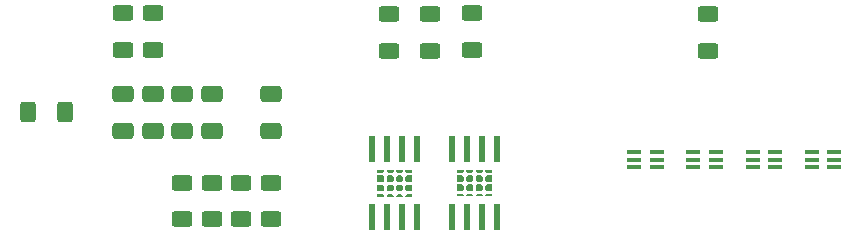
<source format=gbr>
%TF.GenerationSoftware,KiCad,Pcbnew,9.0.3*%
%TF.CreationDate,2025-10-02T05:42:34-04:00*%
%TF.ProjectId,Spii_v3,53706969-5f76-4332-9e6b-696361645f70,rev?*%
%TF.SameCoordinates,Original*%
%TF.FileFunction,Paste,Bot*%
%TF.FilePolarity,Positive*%
%FSLAX46Y46*%
G04 Gerber Fmt 4.6, Leading zero omitted, Abs format (unit mm)*
G04 Created by KiCad (PCBNEW 9.0.3) date 2025-10-02 05:42:34*
%MOMM*%
%LPD*%
G01*
G04 APERTURE LIST*
G04 Aperture macros list*
%AMRoundRect*
0 Rectangle with rounded corners*
0 $1 Rounding radius*
0 $2 $3 $4 $5 $6 $7 $8 $9 X,Y pos of 4 corners*
0 Add a 4 corners polygon primitive as box body*
4,1,4,$2,$3,$4,$5,$6,$7,$8,$9,$2,$3,0*
0 Add four circle primitives for the rounded corners*
1,1,$1+$1,$2,$3*
1,1,$1+$1,$4,$5*
1,1,$1+$1,$6,$7*
1,1,$1+$1,$8,$9*
0 Add four rect primitives between the rounded corners*
20,1,$1+$1,$2,$3,$4,$5,0*
20,1,$1+$1,$4,$5,$6,$7,0*
20,1,$1+$1,$6,$7,$8,$9,0*
20,1,$1+$1,$8,$9,$2,$3,0*%
G04 Aperture macros list end*
%ADD10C,0.000000*%
%ADD11RoundRect,0.250000X0.650000X-0.412500X0.650000X0.412500X-0.650000X0.412500X-0.650000X-0.412500X0*%
%ADD12R,0.508000X2.209800*%
%ADD13RoundRect,0.250000X0.400000X0.625000X-0.400000X0.625000X-0.400000X-0.625000X0.400000X-0.625000X0*%
%ADD14RoundRect,0.250000X0.625000X-0.400000X0.625000X0.400000X-0.625000X0.400000X-0.625000X-0.400000X0*%
%ADD15RoundRect,0.250000X-0.650000X0.412500X-0.650000X-0.412500X0.650000X-0.412500X0.650000X0.412500X0*%
%ADD16RoundRect,0.050000X0.545000X0.150000X-0.545000X0.150000X-0.545000X-0.150000X0.545000X-0.150000X0*%
%ADD17RoundRect,0.250000X-0.625000X0.400000X-0.625000X-0.400000X0.625000X-0.400000X0.625000X0.400000X0*%
G04 APERTURE END LIST*
D10*
%TO.C,L_MOTOR_DRIVER1*%
G36*
X182862600Y-134721179D02*
G01*
X182721179Y-134862600D01*
X182275530Y-134862600D01*
X182275530Y-134631130D01*
X182862600Y-134631130D01*
X182862600Y-134721179D01*
G37*
G36*
X185224470Y-134862600D02*
G01*
X184778821Y-134862600D01*
X184637400Y-134721179D01*
X184637400Y-134631130D01*
X185224470Y-134631130D01*
X185224470Y-134862600D01*
G37*
G36*
X182862600Y-136778821D02*
G01*
X182862600Y-136868870D01*
X182275530Y-136868870D01*
X182275530Y-136637400D01*
X182721179Y-136637400D01*
X182862600Y-136778821D01*
G37*
G36*
X185224470Y-136868870D02*
G01*
X184637400Y-136868870D01*
X184637400Y-136778821D01*
X184778821Y-136637400D01*
X185224470Y-136637400D01*
X185224470Y-136868870D01*
G37*
G36*
X183650000Y-134721179D02*
G01*
X183508579Y-134862600D01*
X183204021Y-134862600D01*
X183062600Y-134721179D01*
X183062600Y-134631130D01*
X183650000Y-134631130D01*
X183650000Y-134721179D01*
G37*
G36*
X184437400Y-134721179D02*
G01*
X184295979Y-134862600D01*
X183991421Y-134862600D01*
X183850000Y-134721179D01*
X183850000Y-134631130D01*
X184437400Y-134631130D01*
X184437400Y-134721179D01*
G37*
G36*
X182862600Y-135204021D02*
G01*
X182862600Y-135508579D01*
X182721179Y-135650000D01*
X182275530Y-135650000D01*
X182275530Y-135062600D01*
X182721179Y-135062600D01*
X182862600Y-135204021D01*
G37*
G36*
X185224470Y-135650000D02*
G01*
X184778821Y-135650000D01*
X184637400Y-135508579D01*
X184637400Y-135204021D01*
X184778821Y-135062600D01*
X185224470Y-135062600D01*
X185224470Y-135650000D01*
G37*
G36*
X182862600Y-135991421D02*
G01*
X182862600Y-136295979D01*
X182721179Y-136437400D01*
X182275530Y-136437400D01*
X182275530Y-135850000D01*
X182721179Y-135850000D01*
X182862600Y-135991421D01*
G37*
G36*
X185224470Y-136437400D02*
G01*
X184778821Y-136437400D01*
X184637400Y-136295979D01*
X184637400Y-135991421D01*
X184778821Y-135850000D01*
X185224470Y-135850000D01*
X185224470Y-136437400D01*
G37*
G36*
X183650000Y-136778821D02*
G01*
X183650000Y-136868870D01*
X183062600Y-136868870D01*
X183062600Y-136778821D01*
X183204021Y-136637400D01*
X183508579Y-136637400D01*
X183650000Y-136778821D01*
G37*
G36*
X184437400Y-136778821D02*
G01*
X184437400Y-136868870D01*
X183850000Y-136868870D01*
X183850000Y-136778821D01*
X183991421Y-136637400D01*
X184295979Y-136637400D01*
X184437400Y-136778821D01*
G37*
G36*
X183650000Y-135204021D02*
G01*
X183650000Y-135508579D01*
X183508579Y-135650000D01*
X183204021Y-135650000D01*
X183062600Y-135508579D01*
X183062600Y-135204021D01*
X183204021Y-135062600D01*
X183508579Y-135062600D01*
X183650000Y-135204021D01*
G37*
G36*
X184437400Y-135204021D02*
G01*
X184437400Y-135508579D01*
X184295979Y-135650000D01*
X183991421Y-135650000D01*
X183850000Y-135508579D01*
X183850000Y-135204021D01*
X183991421Y-135062600D01*
X184295979Y-135062600D01*
X184437400Y-135204021D01*
G37*
G36*
X183650000Y-135991421D02*
G01*
X183650000Y-136295979D01*
X183508579Y-136437400D01*
X183204021Y-136437400D01*
X183062600Y-136295979D01*
X183062600Y-135991421D01*
X183204021Y-135850000D01*
X183508579Y-135850000D01*
X183650000Y-135991421D01*
G37*
G36*
X184437400Y-135991421D02*
G01*
X184437400Y-136295979D01*
X184295979Y-136437400D01*
X183991421Y-136437400D01*
X183850000Y-136295979D01*
X183850000Y-135991421D01*
X183991421Y-135850000D01*
X184295979Y-135850000D01*
X184437400Y-135991421D01*
G37*
%TO.C,R_MOTOR_DRIVER1*%
G36*
X176112600Y-134741179D02*
G01*
X175971179Y-134882600D01*
X175525530Y-134882600D01*
X175525530Y-134651130D01*
X176112600Y-134651130D01*
X176112600Y-134741179D01*
G37*
G36*
X178474470Y-134882600D02*
G01*
X178028821Y-134882600D01*
X177887400Y-134741179D01*
X177887400Y-134651130D01*
X178474470Y-134651130D01*
X178474470Y-134882600D01*
G37*
G36*
X176112600Y-136798821D02*
G01*
X176112600Y-136888870D01*
X175525530Y-136888870D01*
X175525530Y-136657400D01*
X175971179Y-136657400D01*
X176112600Y-136798821D01*
G37*
G36*
X178474470Y-136888870D02*
G01*
X177887400Y-136888870D01*
X177887400Y-136798821D01*
X178028821Y-136657400D01*
X178474470Y-136657400D01*
X178474470Y-136888870D01*
G37*
G36*
X176900000Y-134741179D02*
G01*
X176758579Y-134882600D01*
X176454021Y-134882600D01*
X176312600Y-134741179D01*
X176312600Y-134651130D01*
X176900000Y-134651130D01*
X176900000Y-134741179D01*
G37*
G36*
X177687400Y-134741179D02*
G01*
X177545979Y-134882600D01*
X177241421Y-134882600D01*
X177100000Y-134741179D01*
X177100000Y-134651130D01*
X177687400Y-134651130D01*
X177687400Y-134741179D01*
G37*
G36*
X176112600Y-135224021D02*
G01*
X176112600Y-135528579D01*
X175971179Y-135670000D01*
X175525530Y-135670000D01*
X175525530Y-135082600D01*
X175971179Y-135082600D01*
X176112600Y-135224021D01*
G37*
G36*
X178474470Y-135670000D02*
G01*
X178028821Y-135670000D01*
X177887400Y-135528579D01*
X177887400Y-135224021D01*
X178028821Y-135082600D01*
X178474470Y-135082600D01*
X178474470Y-135670000D01*
G37*
G36*
X176112600Y-136011421D02*
G01*
X176112600Y-136315979D01*
X175971179Y-136457400D01*
X175525530Y-136457400D01*
X175525530Y-135870000D01*
X175971179Y-135870000D01*
X176112600Y-136011421D01*
G37*
G36*
X178474470Y-136457400D02*
G01*
X178028821Y-136457400D01*
X177887400Y-136315979D01*
X177887400Y-136011421D01*
X178028821Y-135870000D01*
X178474470Y-135870000D01*
X178474470Y-136457400D01*
G37*
G36*
X176900000Y-136798821D02*
G01*
X176900000Y-136888870D01*
X176312600Y-136888870D01*
X176312600Y-136798821D01*
X176454021Y-136657400D01*
X176758579Y-136657400D01*
X176900000Y-136798821D01*
G37*
G36*
X177687400Y-136798821D02*
G01*
X177687400Y-136888870D01*
X177100000Y-136888870D01*
X177100000Y-136798821D01*
X177241421Y-136657400D01*
X177545979Y-136657400D01*
X177687400Y-136798821D01*
G37*
G36*
X176900000Y-135224021D02*
G01*
X176900000Y-135528579D01*
X176758579Y-135670000D01*
X176454021Y-135670000D01*
X176312600Y-135528579D01*
X176312600Y-135224021D01*
X176454021Y-135082600D01*
X176758579Y-135082600D01*
X176900000Y-135224021D01*
G37*
G36*
X177687400Y-135224021D02*
G01*
X177687400Y-135528579D01*
X177545979Y-135670000D01*
X177241421Y-135670000D01*
X177100000Y-135528579D01*
X177100000Y-135224021D01*
X177241421Y-135082600D01*
X177545979Y-135082600D01*
X177687400Y-135224021D01*
G37*
G36*
X176900000Y-136011421D02*
G01*
X176900000Y-136315979D01*
X176758579Y-136457400D01*
X176454021Y-136457400D01*
X176312600Y-136315979D01*
X176312600Y-136011421D01*
X176454021Y-135870000D01*
X176758579Y-135870000D01*
X176900000Y-136011421D01*
G37*
G36*
X177687400Y-136011421D02*
G01*
X177687400Y-136315979D01*
X177545979Y-136457400D01*
X177241421Y-136457400D01*
X177100000Y-136315979D01*
X177100000Y-136011421D01*
X177241421Y-135870000D01*
X177545979Y-135870000D01*
X177687400Y-136011421D01*
G37*
%TD*%
D11*
%TO.C,0.1uF*%
X156500000Y-128187500D03*
X156500000Y-131312500D03*
%TD*%
D12*
%TO.C,L_MOTOR_DRIVER1*%
X181845000Y-132874999D03*
X183115000Y-132874999D03*
X184385000Y-132874999D03*
X185655000Y-132874999D03*
X185655000Y-138625001D03*
X184385000Y-138625001D03*
X183115000Y-138625001D03*
X181845000Y-138625001D03*
%TD*%
%TO.C,R_MOTOR_DRIVER1*%
X175095000Y-132894999D03*
X176365000Y-132894999D03*
X177635000Y-132894999D03*
X178905000Y-132894999D03*
X178905000Y-138645001D03*
X177635000Y-138645001D03*
X176365000Y-138645001D03*
X175095000Y-138645001D03*
%TD*%
D13*
%TO.C,500\u03A9*%
X149062500Y-129750000D03*
X145962500Y-129750000D03*
%TD*%
D14*
%TO.C,1k\u03A9*%
X154000000Y-124450000D03*
X154000000Y-121350000D03*
%TD*%
D15*
%TO.C,50uF*%
X159000000Y-128187500D03*
X159000000Y-131312500D03*
%TD*%
D16*
%TO.C,M_IR*%
X209210000Y-133100000D03*
X209210000Y-133750000D03*
X209210000Y-134400000D03*
X207290000Y-134400000D03*
X207290000Y-133750000D03*
X207290000Y-133100000D03*
%TD*%
%TO.C,R_IR*%
X204210000Y-133100000D03*
X204210000Y-133750000D03*
X204210000Y-134400000D03*
X202290000Y-134400000D03*
X202290000Y-133750000D03*
X202290000Y-133100000D03*
%TD*%
D15*
%TO.C,50uF*%
X161500000Y-128187500D03*
X161500000Y-131312500D03*
%TD*%
D16*
%TO.C,L_IR*%
X214210000Y-133100000D03*
X214210000Y-133750000D03*
X214210000Y-134400000D03*
X212290000Y-134400000D03*
X212290000Y-133750000D03*
X212290000Y-133100000D03*
%TD*%
%TO.C,S_MOD*%
X199210000Y-133100000D03*
X199210000Y-133750000D03*
X199210000Y-134400000D03*
X197290000Y-134400000D03*
X197290000Y-133750000D03*
X197290000Y-133100000D03*
%TD*%
D15*
%TO.C,0.1uF*%
X166500000Y-128187500D03*
X166500000Y-131312500D03*
%TD*%
D17*
%TO.C,10k\u03A9*%
X161500000Y-138800000D03*
X161500000Y-135700000D03*
%TD*%
%TO.C,10k\u03A9*%
X159000000Y-138800000D03*
X159000000Y-135700000D03*
%TD*%
%TO.C,500\u03A9*%
X203500000Y-124550000D03*
X203500000Y-121450000D03*
%TD*%
%TO.C,500\u03A9*%
X183500000Y-124462500D03*
X183500000Y-121362500D03*
%TD*%
%TO.C,500\u03A9*%
X180000000Y-124550000D03*
X180000000Y-121450000D03*
%TD*%
%TO.C,500\u03A9*%
X176500000Y-124550000D03*
X176500000Y-121450000D03*
%TD*%
%TO.C,500\u03A9*%
X156500000Y-124462500D03*
X156500000Y-121362500D03*
%TD*%
%TO.C,18k\u03A9*%
X164000000Y-135700000D03*
X164000000Y-138800000D03*
%TD*%
%TO.C,18k\u03A9*%
X166500000Y-135700000D03*
X166500000Y-138800000D03*
%TD*%
D15*
%TO.C,0.1uF*%
X154000000Y-128187500D03*
X154000000Y-131312500D03*
%TD*%
M02*

</source>
